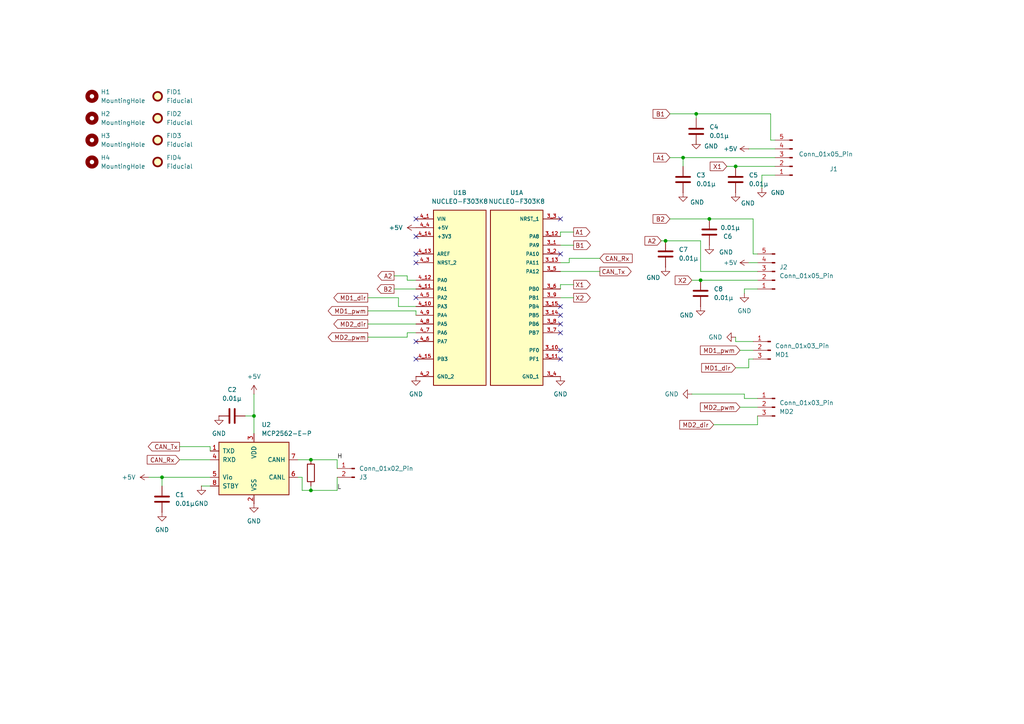
<source format=kicad_sch>
(kicad_sch (version 20231120) (generator "eeschema") (generator_version "8.0")
  (paper "A4")
  (lib_symbols
    (symbol "Connector:Conn_01x02_Pin" (pin_names (offset 1.016) hide)
      (property "Reference" "J" (at 0 2.54 0))
      (property "Value" "Conn_01x02_Pin" (at 0 -5.08 0))
      (symbol "Conn_01x02_Pin_1_1"
        (polyline (pts (xy 1.27 -2.54) (xy 0.8636 -2.54)) (stroke (width 0.1524)))
        (polyline (pts (xy 1.27 0) (xy 0.8636 0)) (stroke (width 0.1524)))
        (rectangle (start 0.8636 -2.413) (end 0 -2.667) (stroke (width 0.1524)) (fill (type outline)))
        (rectangle (start 0.8636 0.127) (end 0 -0.127) (stroke (width 0.1524)) (fill (type outline)))
        (pin passive line (at 5.08 0 180) (length 3.81) (name "Pin_1") (number "1"))
        (pin passive line (at 5.08 -2.54 180) (length 3.81) (name "Pin_2") (number "2"))
      )
    )
    (symbol "Connector:Conn_01x03_Pin" (pin_names (offset 1.016) hide)
      (property "Reference" "J" (at 0 5.08 0))
      (property "Value" "Conn_01x03_Pin" (at 0 -5.08 0))
      (symbol "Conn_01x03_Pin_1_1"
        (polyline (pts (xy 1.27 -2.54) (xy 0.8636 -2.54)) (stroke (width 0.1524)))
        (polyline (pts (xy 1.27 0) (xy 0.8636 0)) (stroke (width 0.1524)))
        (polyline (pts (xy 1.27 2.54) (xy 0.8636 2.54)) (stroke (width 0.1524)))
        (rectangle (start 0.8636 -2.413) (end 0 -2.667) (stroke (width 0.1524)) (fill (type outline)))
        (rectangle (start 0.8636 0.127) (end 0 -0.127) (stroke (width 0.1524)) (fill (type outline)))
        (rectangle (start 0.8636 2.667) (end 0 2.413) (stroke (width 0.1524)) (fill (type outline)))
        (pin passive line (at 5.08 2.54 180) (length 3.81) (name "Pin_1") (number "1"))
        (pin passive line (at 5.08 0 180) (length 3.81) (name "Pin_2") (number "2"))
        (pin passive line (at 5.08 -2.54 180) (length 3.81) (name "Pin_3") (number "3"))
      )
    )
    (symbol "Connector:Conn_01x05_Pin" (pin_names (offset 1.016) hide)
      (property "Reference" "J" (at 0 7.62 0))
      (property "Value" "Conn_01x05_Pin" (at 0 -7.62 0))
      (symbol "Conn_01x05_Pin_1_1"
        (polyline (pts (xy 1.27 -5.08) (xy 0.8636 -5.08)) (stroke (width 0.1524)))
        (polyline (pts (xy 1.27 -2.54) (xy 0.8636 -2.54)) (stroke (width 0.1524)))
        (polyline (pts (xy 1.27 0) (xy 0.8636 0)) (stroke (width 0.1524)))
        (polyline (pts (xy 1.27 2.54) (xy 0.8636 2.54)) (stroke (width 0.1524)))
        (polyline (pts (xy 1.27 5.08) (xy 0.8636 5.08)) (stroke (width 0.1524)))
        (rectangle (start 0.8636 -4.953) (end 0 -5.207) (stroke (width 0.1524)) (fill (type outline)))
        (rectangle (start 0.8636 -2.413) (end 0 -2.667) (stroke (width 0.1524)) (fill (type outline)))
        (rectangle (start 0.8636 0.127) (end 0 -0.127) (stroke (width 0.1524)) (fill (type outline)))
        (rectangle (start 0.8636 2.667) (end 0 2.413) (stroke (width 0.1524)) (fill (type outline)))
        (rectangle (start 0.8636 5.207) (end 0 4.953) (stroke (width 0.1524)) (fill (type outline)))
        (pin passive line (at 5.08 5.08 180) (length 3.81) (name "Pin_1") (number "1"))
        (pin passive line (at 5.08 2.54 180) (length 3.81) (name "Pin_2") (number "2"))
        (pin passive line (at 5.08 0 180) (length 3.81) (name "Pin_3") (number "3"))
        (pin passive line (at 5.08 -2.54 180) (length 3.81) (name "Pin_4") (number "4"))
        (pin passive line (at 5.08 -5.08 180) (length 3.81) (name "Pin_5") (number "5"))
      )
    )
    (symbol "Device:C" (pin_numbers hide) (pin_names (offset 0.254))
      (property "Reference" "C" (at 0.635 2.54 0))
      (property "Value" "C" (at 0.635 -2.54 0))
      (symbol "C_0_1"
        (polyline (pts (xy -2.032 -0.762) (xy 2.032 -0.762)) (stroke (width 0.508)))
        (polyline (pts (xy -2.032 0.762) (xy 2.032 0.762)) (stroke (width 0.508)))
      )
      (symbol "C_1_1"
        (pin passive line (at 0 3.81 270) (length 2.794) (name "~") (number "1"))
        (pin passive line (at 0 -3.81 90) (length 2.794) (name "~") (number "2"))
      )
    )
    (symbol "Device:R" (pin_numbers hide) (pin_names (offset 0))
      (property "Reference" "R" (at 2.032 0 90))
      (property "Value" "R" (at 0 0 90))
      (symbol "R_0_1"
        (rectangle (start -1.016 -2.54) (end 1.016 2.54) (stroke (width 0.254)))
      )
      (symbol "R_1_1"
        (pin passive line (at 0 3.81 270) (length 1.27) (name "~") (number "1"))
        (pin passive line (at 0 -3.81 90) (length 1.27) (name "~") (number "2"))
      )
    )
    (symbol "Interface_CAN_LIN:MCP2562-E-P" (pin_names (offset 1.016))
      (property "Reference" "U" (at -10.16 8.89 0))
      (property "Value" "MCP2562-E-P" (at 2.54 8.89 0))
      (symbol "MCP2562-E-P_0_1"
        (rectangle (start -10.16 7.62) (end 10.16 -7.62) (stroke (width 0.254)) (fill (type background)))
      )
      (symbol "MCP2562-E-P_1_1"
        (pin input line (at -12.7 5.08 0) (length 2.54) (name "TXD") (number "1"))
        (pin power_in line (at 0 -10.16 90) (length 2.54) (name "VSS") (number "2"))
        (pin power_in line (at 0 10.16 270) (length 2.54) (name "VDD") (number "3"))
        (pin output line (at -12.7 2.54 0) (length 2.54) (name "RXD") (number "4"))
        (pin power_in line (at -12.7 -2.54 0) (length 2.54) (name "Vio") (number "5"))
        (pin bidirectional line (at 12.7 -2.54 180) (length 2.54) (name "CANL") (number "6"))
        (pin bidirectional line (at 12.7 2.54 180) (length 2.54) (name "CANH") (number "7"))
        (pin input line (at -12.7 -5.08 0) (length 2.54) (name "STBY") (number "8"))
      )
    )
    (symbol "Mechanical:Fiducial"
      (property "Reference" "FID" (at 0 5.08 0))
      (property "Value" "Fiducial" (at 0 3.175 0))
      (symbol "Fiducial_0_1"
        (circle (center 0 0) (radius 1.27) (stroke (width 0.508)) (fill (type background)))
      )
    )
    (symbol "Mechanical:MountingHole" (pin_names (offset 1.016))
      (property "Reference" "H" (at 0 5.08 0))
      (property "Value" "MountingHole" (at 0 3.175 0))
      (symbol "MountingHole_0_1"
        (circle (center 0 0) (radius 1.27) (stroke (width 1.27)))
      )
    )
    (symbol "NUCLEO-F303K8:NUCLEO-F303K8" (pin_names (offset 1.016))
      (property "Reference" "U" (at -7.6292 25.9456 0))
      (property "Value" "NUCLEO-F303K8" (at -7.6233 -27.7005 0))
      (symbol "NUCLEO-F303K8_1_0"
        (rectangle (start -7.62 -25.4) (end 7.62 25.4) (stroke (width 0.254)) (fill (type background)))
        (pin bidirectional line (at 12.7 15.24 180) (length 5.08) (name "PA9") (number "3_1"))
        (pin bidirectional line (at 12.7 -15.24 180) (length 5.08) (name "PF0") (number "3_10"))
        (pin bidirectional line (at 12.7 -17.78 180) (length 5.08) (name "PF1") (number "3_11"))
        (pin bidirectional line (at 12.7 17.78 180) (length 5.08) (name "PA8") (number "3_12"))
        (pin bidirectional line (at 12.7 10.16 180) (length 5.08) (name "PA11") (number "3_13"))
        (pin bidirectional line (at 12.7 -5.08 180) (length 5.08) (name "PB5") (number "3_14"))
        (pin bidirectional line (at 12.7 -2.54 180) (length 5.08) (name "PB4") (number "3_15"))
        (pin bidirectional line (at 12.7 12.7 180) (length 5.08) (name "PA10") (number "3_2"))
        (pin bidirectional line (at 12.7 22.86 180) (length 5.08) (name "NRST_1") (number "3_3"))
        (pin power_in line (at 12.7 -22.86 180) (length 5.08) (name "GND_1") (number "3_4"))
        (pin bidirectional line (at 12.7 7.62 180) (length 5.08) (name "PA12") (number "3_5"))
        (pin bidirectional line (at 12.7 2.54 180) (length 5.08) (name "PB0") (number "3_6"))
        (pin bidirectional line (at 12.7 -10.16 180) (length 5.08) (name "PB7") (number "3_7"))
        (pin bidirectional line (at 12.7 -7.62 180) (length 5.08) (name "PB6") (number "3_8"))
        (pin bidirectional line (at 12.7 0 180) (length 5.08) (name "PB1") (number "3_9"))
      )
      (symbol "NUCLEO-F303K8_2_0"
        (rectangle (start -7.62 -25.4) (end 7.62 25.4) (stroke (width 0.254)) (fill (type background)))
        (pin power_in line (at 12.7 22.86 180) (length 5.08) (name "VIN") (number "4_1"))
        (pin bidirectional line (at 12.7 -2.54 180) (length 5.08) (name "PA3") (number "4_10"))
        (pin bidirectional line (at 12.7 2.54 180) (length 5.08) (name "PA1") (number "4_11"))
        (pin bidirectional line (at 12.7 5.08 180) (length 5.08) (name "PA0") (number "4_12"))
        (pin bidirectional line (at 12.7 12.7 180) (length 5.08) (name "AREF") (number "4_13"))
        (pin power_in line (at 12.7 17.78 180) (length 5.08) (name "+3V3") (number "4_14"))
        (pin bidirectional line (at 12.7 -17.78 180) (length 5.08) (name "PB3") (number "4_15"))
        (pin power_in line (at 12.7 -22.86 180) (length 5.08) (name "GND_2") (number "4_2"))
        (pin bidirectional line (at 12.7 10.16 180) (length 5.08) (name "NRST_2") (number "4_3"))
        (pin power_in line (at 12.7 20.32 180) (length 5.08) (name "+5V") (number "4_4"))
        (pin bidirectional line (at 12.7 0 180) (length 5.08) (name "PA2") (number "4_5"))
        (pin bidirectional line (at 12.7 -12.7 180) (length 5.08) (name "PA7") (number "4_6"))
        (pin bidirectional line (at 12.7 -10.16 180) (length 5.08) (name "PA6") (number "4_7"))
        (pin bidirectional line (at 12.7 -7.62 180) (length 5.08) (name "PA5") (number "4_8"))
        (pin bidirectional line (at 12.7 -5.08 180) (length 5.08) (name "PA4") (number "4_9"))
      )
    )
    (symbol "power:+5V" (power) (pin_numbers hide) (pin_names (offset 0) hide)
      (property "Value" "+5V" (at 0 3.556 0))
      (symbol "+5V_0_1"
        (polyline (pts (xy -0.762 1.27) (xy 0 2.54)))
        (polyline (pts (xy 0 0) (xy 0 2.54)))
        (polyline (pts (xy 0 2.54) (xy 0.762 1.27)))
      )
      (symbol "+5V_1_1"
        (pin power_in line (at 0 0 90) (length 0) (name "~") (number "1"))
      )
    )
    (symbol "power:GND" (power) (pin_numbers hide) (pin_names (offset 0) hide)
      (property "Value" "GND" (at 0 -3.81 0))
      (symbol "GND_0_1"
        (polyline (pts (xy 0 0) (xy 0 -1.27) (xy 1.27 -1.27) (xy 0 -2.54) (xy -1.27 -1.27) (xy 0 -1.27)))
      )
      (symbol "GND_1_1"
        (pin power_in line (at 0 0 270) (length 0) (name "~") (number "1"))
      )
    )
  )
  (junction (at 198.12 45.72))
  (junction (at 201.93 33.02))
  (junction (at 46.99 138.43))
  (junction (at 203.2 81.28))
  (junction (at 73.66 120.65))
  (junction (at 90.17 133.35))
  (junction (at 193.04 69.85))
  (junction (at 90.17 142.24))
  (junction (at 213.36 48.26))
  (junction (at 205.74 63.5))
  (no_connect (at 120.65 68.58))
  (no_connect (at 162.56 88.9))
  (no_connect (at 120.65 73.66))
  (no_connect (at 120.65 86.36))
  (no_connect (at 162.56 73.66))
  (no_connect (at 162.56 63.5))
  (no_connect (at 120.65 76.2))
  (no_connect (at 120.65 99.06))
  (no_connect (at 162.56 91.44))
  (no_connect (at 162.56 93.98))
  (no_connect (at 162.56 104.14))
  (no_connect (at 162.56 96.52))
  (no_connect (at 162.56 101.6))
  (no_connect (at 120.65 63.5))
  (no_connect (at 120.65 104.14))
  (wire (pts (xy 97.79 138.43) (xy 97.79 142.24)))
  (wire (pts (xy 46.99 138.43) (xy 60.96 138.43)))
  (wire (pts (xy 60.96 129.54) (xy 60.96 130.81)))
  (wire (pts (xy 200.66 81.28) (xy 203.2 81.28)))
  (wire (pts (xy 114.3 80.01) (xy 118.11 80.01)))
  (wire (pts (xy 106.68 93.98) (xy 120.65 93.98)))
  (wire (pts (xy 218.44 63.5) (xy 218.44 73.66)))
  (wire (pts (xy 106.68 86.36) (xy 115.57 86.36)))
  (wire (pts (xy 203.2 81.28) (xy 219.71 81.28)))
  (wire (pts (xy 207.01 123.19) (xy 219.71 123.19)))
  (wire (pts (xy 115.57 88.9) (xy 120.65 88.9)))
  (wire (pts (xy 173.99 74.93) (xy 165.1 74.93)))
  (wire (pts (xy 200.66 114.3) (xy 215.9 114.3)))
  (wire (pts (xy 162.56 67.31) (xy 162.56 68.58)))
  (wire (pts (xy 46.99 138.43) (xy 46.99 140.97)))
  (wire (pts (xy 52.07 133.35) (xy 60.96 133.35)))
  (wire (pts (xy 215.9 115.57) (xy 219.71 115.57)))
  (wire (pts (xy 214.63 118.11) (xy 219.71 118.11)))
  (wire (pts (xy 201.93 33.02) (xy 223.52 33.02)))
  (wire (pts (xy 173.99 78.74) (xy 162.56 78.74)))
  (wire (pts (xy 118.11 81.28) (xy 120.65 81.28)))
  (wire (pts (xy 166.37 86.36) (xy 162.56 86.36)))
  (wire (pts (xy 118.11 97.79) (xy 118.11 96.52)))
  (wire (pts (xy 165.1 74.93) (xy 165.1 76.2)))
  (wire (pts (xy 191.77 69.85) (xy 193.04 69.85)))
  (wire (pts (xy 217.17 106.68) (xy 217.17 104.14)))
  (wire (pts (xy 193.04 69.85) (xy 203.2 69.85)))
  (wire (pts (xy 86.36 133.35) (xy 90.17 133.35)))
  (wire (pts (xy 194.31 33.02) (xy 201.93 33.02)))
  (wire (pts (xy 71.12 120.65) (xy 73.66 120.65)))
  (wire (pts (xy 213.36 97.79) (xy 213.36 99.06)))
  (wire (pts (xy 213.36 48.26) (xy 224.79 48.26)))
  (wire (pts (xy 97.79 135.89) (xy 97.79 133.35)))
  (wire (pts (xy 165.1 76.2) (xy 162.56 76.2)))
  (wire (pts (xy 205.74 63.5) (xy 218.44 63.5)))
  (wire (pts (xy 198.12 45.72) (xy 224.79 45.72)))
  (wire (pts (xy 215.9 83.82) (xy 219.71 83.82)))
  (wire (pts (xy 73.66 114.3) (xy 73.66 120.65)))
  (wire (pts (xy 90.17 140.97) (xy 90.17 142.24)))
  (wire (pts (xy 203.2 78.74) (xy 219.71 78.74)))
  (wire (pts (xy 162.56 82.55) (xy 162.56 83.82)))
  (wire (pts (xy 166.37 71.12) (xy 162.56 71.12)))
  (wire (pts (xy 52.07 129.54) (xy 60.96 129.54)))
  (wire (pts (xy 166.37 67.31) (xy 162.56 67.31)))
  (wire (pts (xy 87.63 138.43) (xy 86.36 138.43)))
  (wire (pts (xy 217.17 43.18) (xy 224.79 43.18)))
  (wire (pts (xy 214.63 101.6) (xy 218.44 101.6)))
  (wire (pts (xy 114.3 83.82) (xy 120.65 83.82)))
  (wire (pts (xy 220.98 50.8) (xy 224.79 50.8)))
  (wire (pts (xy 201.93 33.02) (xy 201.93 34.29)))
  (wire (pts (xy 194.31 45.72) (xy 198.12 45.72)))
  (wire (pts (xy 58.42 140.97) (xy 60.96 140.97)))
  (wire (pts (xy 43.18 138.43) (xy 46.99 138.43)))
  (wire (pts (xy 210.82 48.26) (xy 213.36 48.26)))
  (wire (pts (xy 220.98 54.61) (xy 220.98 50.8)))
  (wire (pts (xy 217.17 76.2) (xy 219.71 76.2)))
  (wire (pts (xy 118.11 80.01) (xy 118.11 81.28)))
  (wire (pts (xy 87.63 142.24) (xy 87.63 138.43)))
  (wire (pts (xy 223.52 33.02) (xy 223.52 40.64)))
  (wire (pts (xy 198.12 48.26) (xy 198.12 45.72)))
  (wire (pts (xy 118.11 96.52) (xy 120.65 96.52)))
  (wire (pts (xy 203.2 69.85) (xy 203.2 78.74)))
  (wire (pts (xy 194.31 63.5) (xy 205.74 63.5)))
  (wire (pts (xy 217.17 104.14) (xy 218.44 104.14)))
  (wire (pts (xy 219.71 123.19) (xy 219.71 120.65)))
  (wire (pts (xy 223.52 40.64) (xy 224.79 40.64)))
  (wire (pts (xy 106.68 97.79) (xy 118.11 97.79)))
  (wire (pts (xy 90.17 133.35) (xy 97.79 133.35)))
  (wire (pts (xy 215.9 85.09) (xy 215.9 83.82)))
  (wire (pts (xy 218.44 73.66) (xy 219.71 73.66)))
  (wire (pts (xy 90.17 142.24) (xy 97.79 142.24)))
  (wire (pts (xy 120.65 90.17) (xy 120.65 91.44)))
  (wire (pts (xy 73.66 120.65) (xy 73.66 125.73)))
  (wire (pts (xy 166.37 82.55) (xy 162.56 82.55)))
  (wire (pts (xy 213.36 99.06) (xy 218.44 99.06)))
  (wire (pts (xy 115.57 86.36) (xy 115.57 88.9)))
  (wire (pts (xy 106.68 90.17) (xy 120.65 90.17)))
  (wire (pts (xy 87.63 142.24) (xy 90.17 142.24)))
  (wire (pts (xy 215.9 114.3) (xy 215.9 115.57)))
  (wire (pts (xy 201.93 40.64) (xy 201.93 41.91)))
  (wire (pts (xy 213.36 106.68) (xy 217.17 106.68)))
  (label "L" (at 97.79 142.24 0))
  (label "H" (at 97.79 133.35 0))
  (global_label "B2" (shape input) (at 194.31 63.5 180) (property "Intersheetrefs" "${INTERSHEET_REFS}" (effects (hide yes))))
  (global_label "MD2_pwm" (shape output) (at 106.68 97.79 180) (property "Intersheetrefs" "${INTERSHEET_REFS}" (effects (hide yes))))
  (global_label "X1" (shape output) (at 166.37 82.55 0) (property "Intersheetrefs" "${INTERSHEET_REFS}" (effects (hide yes))))
  (global_label "A1" (shape output) (at 166.37 67.31 0) (property "Intersheetrefs" "${INTERSHEET_REFS}" (effects (hide yes))))
  (global_label "CAN_Tx" (shape output) (at 52.07 129.54 180) (property "Intersheetrefs" "${INTERSHEET_REFS}" (effects (hide yes))))
  (global_label "MD2_dir" (shape input) (at 207.01 123.19 180) (property "Intersheetrefs" "${INTERSHEET_REFS}" (effects (hide yes))))
  (global_label "B2" (shape output) (at 114.3 83.82 180) (property "Intersheetrefs" "${INTERSHEET_REFS}" (effects (hide yes))))
  (global_label "MD1_dir" (shape input) (at 213.36 106.68 180) (property "Intersheetrefs" "${INTERSHEET_REFS}" (effects (hide yes))))
  (global_label "X1" (shape input) (at 210.82 48.26 180) (property "Intersheetrefs" "${INTERSHEET_REFS}" (effects (hide yes))))
  (global_label "A2" (shape output) (at 114.3 80.01 180) (property "Intersheetrefs" "${INTERSHEET_REFS}" (effects (hide yes))))
  (global_label "MD2_pwm" (shape input) (at 214.63 118.11 180) (property "Intersheetrefs" "${INTERSHEET_REFS}" (effects (hide yes))))
  (global_label "B1" (shape input) (at 194.31 33.02 180) (property "Intersheetrefs" "${INTERSHEET_REFS}" (effects (hide yes))))
  (global_label "MD1_dir" (shape output) (at 106.68 86.36 180) (property "Intersheetrefs" "${INTERSHEET_REFS}" (effects (hide yes))))
  (global_label "B1" (shape output) (at 166.37 71.12 0) (property "Intersheetrefs" "${INTERSHEET_REFS}" (effects (hide yes))))
  (global_label "CAN_Rx" (shape input) (at 52.07 133.35 180) (property "Intersheetrefs" "${INTERSHEET_REFS}" (effects (hide yes))))
  (global_label "MD2_dir" (shape output) (at 106.68 93.98 180) (property "Intersheetrefs" "${INTERSHEET_REFS}" (effects (hide yes))))
  (global_label "X2" (shape input) (at 200.66 81.28 180) (property "Intersheetrefs" "${INTERSHEET_REFS}" (effects (hide yes))))
  (global_label "MD1_pwm" (shape output) (at 106.68 90.17 180) (property "Intersheetrefs" "${INTERSHEET_REFS}" (effects (hide yes))))
  (global_label "MD1_pwm" (shape input) (at 214.63 101.6 180) (property "Intersheetrefs" "${INTERSHEET_REFS}" (effects (hide yes))))
  (global_label "CAN_Tx" (shape output) (at 173.99 78.74 0) (property "Intersheetrefs" "${INTERSHEET_REFS}" (effects (hide yes))))
  (global_label "CAN_Rx" (shape input) (at 173.99 74.93 0) (property "Intersheetrefs" "${INTERSHEET_REFS}" (effects (hide yes))))
  (global_label "A2" (shape input) (at 191.77 69.85 180) (property "Intersheetrefs" "${INTERSHEET_REFS}" (effects (hide yes))))
  (global_label "X2" (shape output) (at 166.37 86.36 0) (property "Intersheetrefs" "${INTERSHEET_REFS}" (effects (hide yes))))
  (global_label "A1" (shape input) (at 194.31 45.72 180) (property "Intersheetrefs" "${INTERSHEET_REFS}" (effects (hide yes))))
  (symbol (lib_id "Mechanical:Fiducial") (at 45.72 27.94 0) (unit 1)
    (property "Reference" "FID1" (at 48.26 26.6699 0) (effects (justify left)))
    (property "Value" "Fiducial" (at 48.26 29.2099 0) (effects (justify left)))
    (property "Footprint" "Fiducial:Fiducial_0.5mm_Mask1.5mm" (effects (hide yes)))
    (property "Description" "Fiducial Marker" (effects (hide yes)))
  )
  (symbol (lib_id "Device:C") (at 46.99 144.78 180) (unit 1)
    (property "Reference" "C1" (at 50.8 143.5099 0) (effects (justify right)))
    (property "Value" "0.01μ" (at 50.8 146.0499 0) (effects (justify right)))
    (property "Footprint" "Capacitor_THT:C_Disc_D4.3mm_W1.9mm_P5.00mm" (effects (hide yes)))
    (property "Description" "Unpolarized capacitor" (effects (hide yes)))
  )
  (symbol (lib_id "Mechanical:MountingHole") (at 26.67 34.29 0) (unit 1)
    (property "Reference" "H2" (at 29.21 33.0199 0) (effects (justify left)))
    (property "Value" "MountingHole" (at 29.21 35.5599 0) (effects (justify left)))
    (property "Footprint" "MountingHole:MountingHole_2.1mm" (effects (hide yes)))
    (property "Description" "Mounting Hole without connection" (effects (hide yes)))
  )
  (symbol (lib_id "power:GND") (at 213.36 97.79 270) (unit 1)
    (property "Reference" "#PWR07" (effects (hide yes)))
    (property "Value" "GND" (at 209.55 97.7899 90) (effects (justify right)))
    (property "Description" "Power symbol creates a global label with name \"GND\" , ground" (effects (hide yes)))
  )
  (symbol (lib_id "Device:R") (at 90.17 137.16 0) (unit 1)
    (property "Reference" "R1" (effects (hide yes)))
    (property "Value" "120" (effects (hide yes)))
    (property "Footprint" "Resistor_THT:R_Axial_DIN0207_L6.3mm_D2.5mm_P10.16mm_Horizontal" (effects (hide yes)))
    (property "Description" "Resistor" (effects (hide yes)))
  )
  (symbol (lib_id "power:GND") (at 203.2 88.9 0) (unit 1)
    (property "Reference" "#PWR020" (effects (hide yes)))
    (property "Value" "GND" (at 199.136 91.44 0))
    (property "Description" "Power symbol creates a global label with name \"GND\" , ground" (effects (hide yes)))
  )
  (symbol (lib_id "power:+5V") (at 217.17 43.18 90) (unit 1)
    (property "Reference" "#PWR03" (effects (hide yes)))
    (property "Value" "+5V" (at 213.868 43.18 90) (effects (justify left)))
    (property "Description" "Power symbol creates a global label with name \"+5V\"" (effects (hide yes)))
  )
  (symbol (lib_id "power:GND") (at 58.42 140.97 0) (unit 1)
    (property "Reference" "#PWR012" (effects (hide yes)))
    (property "Value" "GND" (at 58.42 146.05 0))
    (property "Description" "Power symbol creates a global label with name \"GND\" , ground" (effects (hide yes)))
  )
  (symbol (lib_id "power:+5V") (at 43.18 138.43 90) (unit 1)
    (property "Reference" "#PWR010" (effects (hide yes)))
    (property "Value" "+5V" (at 39.37 138.4299 90) (effects (justify left)))
    (property "Description" "Power symbol creates a global label with name \"+5V\"" (effects (hide yes)))
  )
  (symbol (lib_id "Device:C") (at 201.93 38.1 0) (unit 1)
    (property "Reference" "C4" (at 205.74 36.8299 0) (effects (justify left)))
    (property "Value" "0.01μ" (at 205.74 39.3699 0) (effects (justify left)))
    (property "Footprint" "Capacitor_THT:C_Disc_D4.3mm_W1.9mm_P5.00mm" (effects (hide yes)))
    (property "Description" "Unpolarized capacitor" (effects (hide yes)))
  )
  (symbol (lib_id "Mechanical:Fiducial") (at 45.72 40.64 0) (unit 1)
    (property "Reference" "FID3" (at 48.26 39.3699 0) (effects (justify left)))
    (property "Value" "Fiducial" (at 48.26 41.9099 0) (effects (justify left)))
    (property "Footprint" "Fiducial:Fiducial_0.5mm_Mask1.5mm" (effects (hide yes)))
    (property "Description" "Fiducial Marker" (effects (hide yes)))
  )
  (symbol (lib_id "power:GND") (at 205.74 71.12 0) (unit 1)
    (property "Reference" "#PWR021" (effects (hide yes)))
    (property "Value" "GND" (at 210.566 73.152 0))
    (property "Description" "Power symbol creates a global label with name \"GND\" , ground" (effects (hide yes)))
  )
  (symbol (lib_id "power:GND") (at 198.12 55.88 0) (unit 1)
    (property "Reference" "#PWR017" (effects (hide yes)))
    (property "Value" "GND" (at 202.184 58.674 0))
    (property "Description" "Power symbol creates a global label with name \"GND\" , ground" (effects (hide yes)))
  )
  (symbol (lib_id "Connector:Conn_01x03_Pin") (at 223.52 101.6 0) (mirror y) (unit 1)
    (property "Reference" "MD1" (at 224.79 102.8701 0) (effects (justify right)))
    (property "Value" "Conn_01x03_Pin" (at 224.79 100.3301 0) (effects (justify right)))
    (property "Footprint" "Connector_JST:JST_XA_S03B-XASK-1N-BN_1x03_P2.50mm_Horizontal" (effects (hide yes)))
    (property "Description" "Generic connector, single row, 01x03, script generated" (effects (hide yes)))
  )
  (symbol (lib_id "power:GND") (at 73.66 146.05 0) (unit 1)
    (property "Reference" "#PWR015" (effects (hide yes)))
    (property "Value" "GND" (at 73.66 151.13 0))
    (property "Description" "Power symbol creates a global label with name \"GND\" , ground" (effects (hide yes)))
  )
  (symbol (lib_id "Connector:Conn_01x05_Pin") (at 224.79 78.74 180) (unit 1)
    (property "Reference" "J2" (at 226.06 77.4699 0) (effects (justify right)))
    (property "Value" "Conn_01x05_Pin" (at 226.06 80.0099 0) (effects (justify right)))
    (property "Footprint" "Connector_JST:JST_XA_S05B-XASK-1N-BN_1x05_P2.50mm_Horizontal" (effects (hide yes)))
    (property "Description" "Generic connector, single row, 01x05, script generated" (effects (hide yes)))
  )
  (symbol (lib_id "Mechanical:Fiducial") (at 45.72 46.99 0) (unit 1)
    (property "Reference" "FID4" (at 48.26 45.7199 0) (effects (justify left)))
    (property "Value" "Fiducial" (at 48.26 48.2599 0) (effects (justify left)))
    (property "Footprint" "Fiducial:Fiducial_0.5mm_Mask1.5mm" (effects (hide yes)))
    (property "Description" "Fiducial Marker" (effects (hide yes)))
  )
  (symbol (lib_id "Connector:Conn_01x03_Pin") (at 224.79 118.11 0) (mirror y) (unit 1)
    (property "Reference" "MD2" (at 226.06 119.3801 0) (effects (justify right)))
    (property "Value" "Conn_01x03_Pin" (at 226.06 116.8401 0) (effects (justify right)))
    (property "Footprint" "Connector_JST:JST_XA_S03B-XASK-1N-BN_1x03_P2.50mm_Horizontal" (effects (hide yes)))
    (property "Description" "Generic connector, single row, 01x03, script generated" (effects (hide yes)))
  )
  (symbol (lib_id "Connector:Conn_01x02_Pin") (at 102.87 135.89 0) (mirror y) (unit 1)
    (property "Reference" "J3" (at 104.14 138.4301 0) (effects (justify right)))
    (property "Value" "Conn_01x02_Pin" (at 104.14 135.8901 0) (effects (justify right)))
    (property "Footprint" "Connector_JST:JST_XH_B2B-XH-A_1x02_P2.50mm_Vertical" (effects (hide yes)))
    (property "Description" "Generic connector, single row, 01x02, script generated" (effects (hide yes)))
  )
  (symbol (lib_id "Device:C") (at 67.31 120.65 90) (unit 1)
    (property "Reference" "C2" (at 67.31 113.03 90))
    (property "Value" "0.01μ" (at 67.31 115.57 90))
    (property "Footprint" "Capacitor_THT:C_Disc_D4.3mm_W1.9mm_P5.00mm" (effects (hide yes)))
    (property "Description" "Unpolarized capacitor" (effects (hide yes)))
  )
  (symbol (lib_id "Device:C") (at 213.36 52.07 0) (unit 1)
    (property "Reference" "C5" (at 217.17 50.7999 0) (effects (justify left)))
    (property "Value" "0.01μ" (at 217.17 53.3399 0) (effects (justify left)))
    (property "Footprint" "Capacitor_THT:C_Disc_D4.3mm_W1.9mm_P5.00mm" (effects (hide yes)))
    (property "Description" "Unpolarized capacitor" (effects (hide yes)))
  )
  (symbol (lib_id "Mechanical:MountingHole") (at 26.67 46.99 0) (unit 1)
    (property "Reference" "H4" (at 29.21 45.7199 0) (effects (justify left)))
    (property "Value" "MountingHole" (at 29.21 48.2599 0) (effects (justify left)))
    (property "Footprint" "MountingHole:MountingHole_2.1mm" (effects (hide yes)))
    (property "Description" "Mounting Hole without connection" (effects (hide yes)))
  )
  (symbol (lib_id "power:GND") (at 63.5 120.65 0) (unit 1)
    (property "Reference" "#PWR013" (effects (hide yes)))
    (property "Value" "GND" (at 63.5 125.73 0))
    (property "Description" "Power symbol creates a global label with name \"GND\" , ground" (effects (hide yes)))
  )
  (symbol (lib_id "power:GND") (at 162.56 109.22 0) (unit 1)
    (property "Reference" "#PWR05" (effects (hide yes)))
    (property "Value" "GND" (at 162.56 114.3 0))
    (property "Description" "Power symbol creates a global label with name \"GND\" , ground" (effects (hide yes)))
  )
  (symbol (lib_id "power:GND") (at 193.04 77.47 0) (unit 1)
    (property "Reference" "#PWR019" (effects (hide yes)))
    (property "Value" "GND" (at 189.484 80.518 0))
    (property "Description" "Power symbol creates a global label with name \"GND\" , ground" (effects (hide yes)))
  )
  (symbol (lib_id "Device:C") (at 205.74 67.31 180) (unit 1)
    (property "Reference" "C6" (at 211.074 68.58 0))
    (property "Value" "0.01μ" (at 211.836 66.04 0))
    (property "Footprint" "Capacitor_THT:C_Disc_D4.3mm_W1.9mm_P5.00mm" (effects (hide yes)))
    (property "Description" "Unpolarized capacitor" (effects (hide yes)))
  )
  (symbol (lib_id "Device:C") (at 198.12 52.07 0) (unit 1)
    (property "Reference" "C3" (at 201.93 50.7999 0) (effects (justify left)))
    (property "Value" "0.01μ" (at 201.93 53.3399 0) (effects (justify left)))
    (property "Footprint" "Capacitor_THT:C_Disc_D4.3mm_W1.9mm_P5.00mm" (effects (hide yes)))
    (property "Description" "Unpolarized capacitor" (effects (hide yes)))
  )
  (symbol (lib_id "NUCLEO-F303K8:NUCLEO-F303K8") (at 149.86 86.36 0) (unit 1)
    (property "Reference" "U1" (at 149.86 55.88 0))
    (property "Value" "NUCLEO-F303K8" (at 149.86 58.42 0))
    (property "Footprint" "NUCLEO-F303K8:MODULE_NUCLEO-F303K8" (effects (hide yes)))
    (property "MF" "STMicroelectronics" (effects (hide yes)))
    (property "MAXIMUM_PACKAGE_HEIGHT" "N/A" (effects (hide yes)))
    (property "Package" "None" (effects (hide yes)))
    (property "Price" "None" (effects (hide yes)))
    (property "Check_prices" "https://www.snapeda.com/parts/NUCLEO-F303K8/STMicroelectronics/view-part/?ref=eda" (effects (hide yes)))
    (property "STANDARD" "Manufacturer Recommendations" (effects (hide yes)))
    (property "PARTREV" "5" (effects (hide yes)))
    (property "SnapEDA_Link" "https://www.snapeda.com/parts/NUCLEO-F303K8/STMicroelectronics/view-part/?ref=snap" (effects (hide yes)))
    (property "MP" "NUCLEO-F303K8" (effects (hide yes)))
    (property "Purchase-URL" "https://www.snapeda.com/api/url_track_click_mouser/?unipart_id=276791&manufacturer=STMicroelectronics&part_name=NUCLEO-F303K8&search_term=None" (effects (hide yes)))
    (property "Description_1" "\nSTM32F303K8, mbed-Enabled Development Nucleo-32 STM32F3 ARM® Cortex®-M4 MCU 32-Bit Embedded Evaluation Board\n" (effects (hide yes)))
    (property "SNAPEDA_PN" "NUCLEO-F303K8" (effects (hide yes)))
    (property "Availability" "In Stock" (effects (hide yes)))
    (property "MANUFACTURER" "STMicroelectronics" (effects (hide yes)))
  )
  (symbol (lib_id "power:GND") (at 120.65 109.22 0) (unit 1)
    (property "Reference" "#PWR06" (effects (hide yes)))
    (property "Value" "GND" (at 120.65 114.3 0))
    (property "Description" "Power symbol creates a global label with name \"GND\" , ground" (effects (hide yes)))
  )
  (symbol (lib_id "power:GND") (at 215.9 85.09 0) (unit 1)
    (property "Reference" "#PWR08" (effects (hide yes)))
    (property "Value" "GND" (at 213.868 90.17 0) (effects (justify left)))
    (property "Description" "Power symbol creates a global label with name \"GND\" , ground" (effects (hide yes)))
  )
  (symbol (lib_id "NUCLEO-F303K8:NUCLEO-F303K8") (at 133.35 86.36 0) (mirror y) (unit 2)
    (property "Reference" "U1" (at 133.35 55.88 0))
    (property "Value" "NUCLEO-F303K8" (at 133.35 58.42 0))
    (property "Footprint" "NUCLEO-F303K8:MODULE_NUCLEO-F303K8" (effects (hide yes)))
    (property "MF" "STMicroelectronics" (effects (hide yes)))
    (property "MAXIMUM_PACKAGE_HEIGHT" "N/A" (effects (hide yes)))
    (property "Package" "None" (effects (hide yes)))
    (property "Price" "None" (effects (hide yes)))
    (property "Check_prices" "https://www.snapeda.com/parts/NUCLEO-F303K8/STMicroelectronics/view-part/?ref=eda" (effects (hide yes)))
    (property "STANDARD" "Manufacturer Recommendations" (effects (hide yes)))
    (property "PARTREV" "5" (effects (hide yes)))
    (property "SnapEDA_Link" "https://www.snapeda.com/parts/NUCLEO-F303K8/STMicroelectronics/view-part/?ref=snap" (effects (hide yes)))
    (property "MP" "NUCLEO-F303K8" (effects (hide yes)))
    (property "Purchase-URL" "https://www.snapeda.com/api/url_track_click_mouser/?unipart_id=276791&manufacturer=STMicroelectronics&part_name=NUCLEO-F303K8&search_term=None" (effects (hide yes)))
    (property "Description_1" "\nSTM32F303K8, mbed-Enabled Development Nucleo-32 STM32F3 ARM® Cortex®-M4 MCU 32-Bit Embedded Evaluation Board\n" (effects (hide yes)))
    (property "SNAPEDA_PN" "NUCLEO-F303K8" (effects (hide yes)))
    (property "Availability" "In Stock" (effects (hide yes)))
    (property "MANUFACTURER" "STMicroelectronics" (effects (hide yes)))
  )
  (symbol (lib_id "Device:C") (at 193.04 73.66 0) (unit 1)
    (property "Reference" "C7" (at 196.85 72.3899 0) (effects (justify left)))
    (property "Value" "0.01μ" (at 196.85 74.9299 0) (effects (justify left)))
    (property "Footprint" "Capacitor_THT:C_Disc_D4.3mm_W1.9mm_P5.00mm" (effects (hide yes)))
    (property "Description" "Unpolarized capacitor" (effects (hide yes)))
  )
  (symbol (lib_id "power:GND") (at 213.36 55.88 0) (unit 1)
    (property "Reference" "#PWR018" (effects (hide yes)))
    (property "Value" "GND" (at 216.916 58.928 0))
    (property "Description" "Power symbol creates a global label with name \"GND\" , ground" (effects (hide yes)))
  )
  (symbol (lib_id "power:GND") (at 220.98 54.61 0) (unit 1)
    (property "Reference" "#PWR04" (effects (hide yes)))
    (property "Value" "GND" (at 223.52 55.8799 0) (effects (justify left)))
    (property "Description" "Power symbol creates a global label with name \"GND\" , ground" (effects (hide yes)))
  )
  (symbol (lib_id "Mechanical:Fiducial") (at 45.72 34.29 0) (unit 1)
    (property "Reference" "FID2" (at 48.26 33.0199 0) (effects (justify left)))
    (property "Value" "Fiducial" (at 48.26 35.5599 0) (effects (justify left)))
    (property "Footprint" "Fiducial:Fiducial_0.5mm_Mask1.5mm" (effects (hide yes)))
    (property "Description" "Fiducial Marker" (effects (hide yes)))
  )
  (symbol (lib_id "power:GND") (at 46.99 148.59 0) (unit 1)
    (property "Reference" "#PWR011" (effects (hide yes)))
    (property "Value" "GND" (at 46.99 153.67 0))
    (property "Description" "Power symbol creates a global label with name \"GND\" , ground" (effects (hide yes)))
  )
  (symbol (lib_id "Device:C") (at 203.2 85.09 0) (unit 1)
    (property "Reference" "C8" (at 207.01 83.8199 0) (effects (justify left)))
    (property "Value" "0.01μ" (at 207.01 86.3599 0) (effects (justify left)))
    (property "Footprint" "Capacitor_THT:C_Disc_D4.3mm_W1.9mm_P5.00mm" (effects (hide yes)))
    (property "Description" "Unpolarized capacitor" (effects (hide yes)))
  )
  (symbol (lib_id "Interface_CAN_LIN:MCP2562-E-P") (at 73.66 135.89 0) (unit 1)
    (property "Reference" "U2" (at 75.8541 123.19 0) (effects (justify left)))
    (property "Value" "MCP2562-E-P" (at 75.8541 125.73 0) (effects (justify left)))
    (property "Footprint" "Package_DIP:DIP-8_W7.62mm" (effects (hide yes)))
    (property "Datasheet" "http://ww1.microchip.com/downloads/en/DeviceDoc/25167A.pdf" (effects (hide yes)))
    (property "Description" "High-Speed CAN Transceiver, 1Mbps, 5V supply, Vio pin, -40C to +125C, DIP-8" (effects (hide yes)))
  )
  (symbol (lib_id "Mechanical:MountingHole") (at 26.67 27.94 0) (unit 1)
    (property "Reference" "H1" (at 29.21 26.6699 0) (effects (justify left)))
    (property "Value" "MountingHole" (at 29.21 29.2099 0) (effects (justify left)))
    (property "Footprint" "MountingHole:MountingHole_2.1mm" (effects (hide yes)))
    (property "Description" "Mounting Hole without connection" (effects (hide yes)))
  )
  (symbol (lib_id "power:+5V") (at 120.65 66.04 90) (unit 1)
    (property "Reference" "#PWR02" (effects (hide yes)))
    (property "Value" "+5V" (at 116.84 66.0399 90) (effects (justify left)))
    (property "Description" "Power symbol creates a global label with name \"+5V\"" (effects (hide yes)))
  )
  (symbol (lib_id "power:+5V") (at 73.66 114.3 0) (unit 1)
    (property "Reference" "#PWR014" (effects (hide yes)))
    (property "Value" "+5V" (at 73.66 109.22 0))
    (property "Description" "Power symbol creates a global label with name \"+5V\"" (effects (hide yes)))
  )
  (symbol (lib_id "power:+5V") (at 217.17 76.2 90) (unit 1)
    (property "Reference" "#PWR09" (effects (hide yes)))
    (property "Value" "+5V" (at 213.868 76.2 90) (effects (justify left)))
    (property "Description" "Power symbol creates a global label with name \"+5V\"" (effects (hide yes)))
  )
  (symbol (lib_id "Mechanical:MountingHole") (at 26.67 40.64 0) (unit 1)
    (property "Reference" "H3" (at 29.21 39.3699 0) (effects (justify left)))
    (property "Value" "MountingHole" (at 29.21 41.9099 0) (effects (justify left)))
    (property "Footprint" "MountingHole:MountingHole_2.1mm" (effects (hide yes)))
    (property "Description" "Mounting Hole without connection" (effects (hide yes)))
  )
  (symbol (lib_id "Connector:Conn_01x05_Pin") (at 229.87 45.72 180) (unit 1)
    (property "Reference" "J1" (at 241.808 49.022 0))
    (property "Value" "Conn_01x05_Pin" (at 239.522 44.704 0))
    (property "Footprint" "Connector_JST:JST_XA_S05B-XASK-1N-BN_1x05_P2.50mm_Horizontal" (effects (hide yes)))
    (property "Description" "Generic connector, single row, 01x05, script generated" (effects (hide yes)))
  )
  (symbol (lib_id "power:GND") (at 201.93 40.64 0) (unit 1)
    (property "Reference" "#PWR016" (effects (hide yes)))
    (property "Value" "GND" (at 206.248 42.418 0))
    (property "Description" "Power symbol creates a global label with name \"GND\" , ground" (effects (hide yes)))
  )
  (symbol (lib_id "power:GND") (at 200.66 114.3 270) (unit 1)
    (property "Reference" "#PWR01" (effects (hide yes)))
    (property "Value" "GND" (at 196.85 114.2999 90) (effects (justify right)))
    (property "Description" "Power symbol creates a global label with name \"GND\" , ground" (effects (hide yes)))
  )
)
</source>
